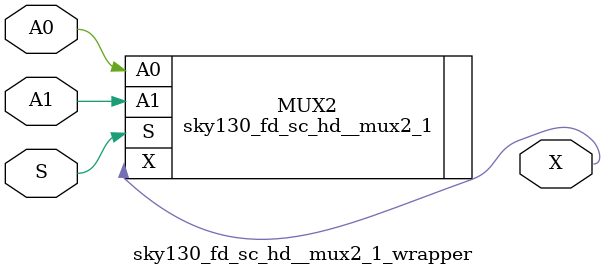
<source format=v>
`timescale 1ns/1ps

module sky130_fd_sc_hd__mux2_1_wrapper (
  input A0,  
  input A1, 
  input S, 
  output X
);

  sky130_fd_sc_hd__mux2_1 MUX2 (.A0(A0),
                                .A1(A1),
                                .S(S),
                                .X(X)
                               );
  
endmodule


</source>
